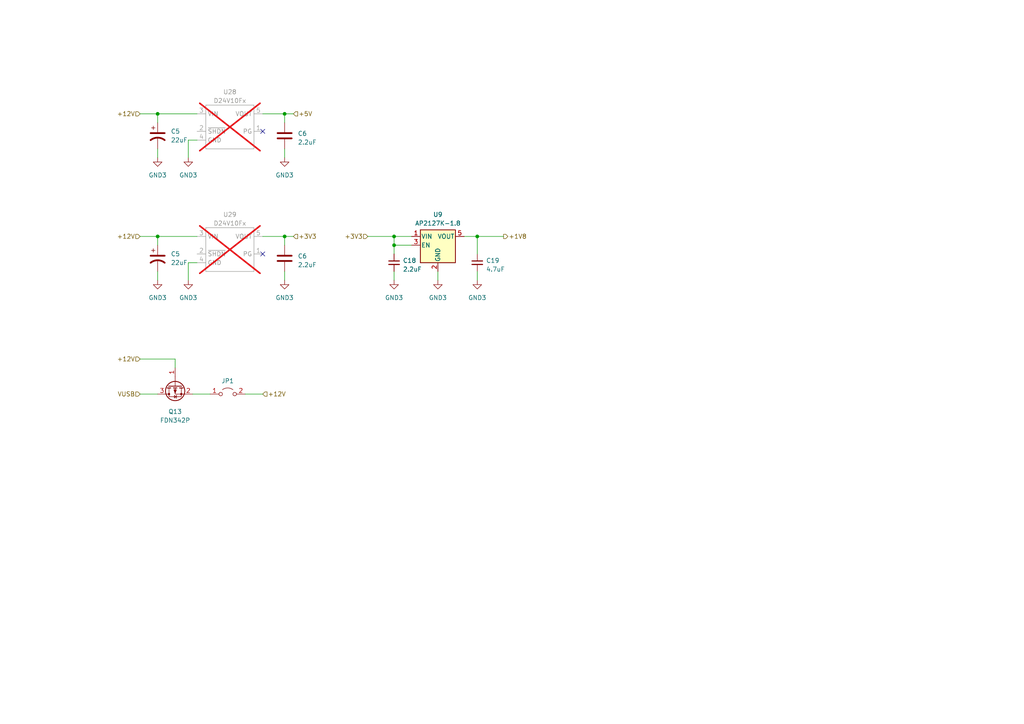
<source format=kicad_sch>
(kicad_sch (version 20230121) (generator eeschema)
  (paper "A4")
  (lib_symbols
    (symbol "Device:C" (pin_numbers hide) (pin_names (offset 0.254))
      (property "Reference" "C" (at 0.635 2.54 0))
      (property "Value" "C" (at 0.635 -2.54 0))
      (symbol "C_0_1"
        (polyline (pts (xy -2.032 -0.762) (xy 2.032 -0.762)) (stroke (width 0.508)))
        (polyline (pts (xy -2.032 0.762) (xy 2.032 0.762)) (stroke (width 0.508)))
      )
      (symbol "C_1_1"
        (pin passive line (at 0 3.81 270) (length 2.794) (name "~") (number "1"))
        (pin passive line (at 0 -3.81 90) (length 2.794) (name "~") (number "2"))
      )
    )
    (symbol "Device:C_Polarized_US" (pin_numbers hide) (pin_names (offset 0.254) hide)
      (property "Reference" "C" (at 0.635 2.54 0))
      (property "Value" "C_Polarized_US" (at 0.635 -2.54 0))
      (symbol "C_Polarized_US_0_1"
        (polyline (pts (xy -2.032 0.762) (xy 2.032 0.762)) (stroke (width 0.508)))
        (polyline (pts (xy -1.778 2.286) (xy -0.762 2.286)))
        (polyline (pts (xy -1.27 1.778) (xy -1.27 2.794)))
        (arc (start 2.032 -1.27) (mid 0 -0.5572) (end -2.032 -1.27) (stroke (width 0.508)))
      )
      (symbol "C_Polarized_US_1_1"
        (pin passive line (at 0 3.81 270) (length 2.794) (name "~") (number "1"))
        (pin passive line (at 0 -3.81 90) (length 3.302) (name "~") (number "2"))
      )
    )
    (symbol "Device:C_Small" (pin_numbers hide) (pin_names (offset 0.254) hide)
      (property "Reference" "C" (at 0.254 1.778 0))
      (property "Value" "C_Small" (at 0.254 -2.032 0))
      (symbol "C_Small_0_1"
        (polyline (pts (xy -1.524 -0.508) (xy 1.524 -0.508)) (stroke (width 0.3302)))
        (polyline (pts (xy -1.524 0.508) (xy 1.524 0.508)) (stroke (width 0.3048)))
      )
      (symbol "C_Small_1_1"
        (pin passive line (at 0 2.54 270) (length 2.032) (name "~") (number "1"))
        (pin passive line (at 0 -2.54 90) (length 2.032) (name "~") (number "2"))
      )
    )
    (symbol "Device:Q_PMOS_GSD" (pin_names (offset 0) hide)
      (property "Reference" "Q" (at 5.08 1.27 0))
      (property "Value" "Q_PMOS_GSD" (at 5.08 -1.27 0))
      (symbol "Q_PMOS_GSD_0_1"
        (polyline (pts (xy 0.254 0) (xy -2.54 0)))
        (polyline (pts (xy 0.254 1.905) (xy 0.254 -1.905)) (stroke (width 0.254)))
        (polyline (pts (xy 0.762 -1.27) (xy 0.762 -2.286)) (stroke (width 0.254)))
        (polyline (pts (xy 0.762 0.508) (xy 0.762 -0.508)) (stroke (width 0.254)))
        (polyline (pts (xy 0.762 2.286) (xy 0.762 1.27)) (stroke (width 0.254)))
        (polyline (pts (xy 2.54 2.54) (xy 2.54 1.778)))
        (polyline (pts (xy 2.54 -2.54) (xy 2.54 0) (xy 0.762 0)))
        (polyline (pts (xy 0.762 1.778) (xy 3.302 1.778) (xy 3.302 -1.778) (xy 0.762 -1.778)))
        (polyline (pts (xy 2.286 0) (xy 1.27 0.381) (xy 1.27 -0.381) (xy 2.286 0)) (fill (type outline)))
        (polyline (pts (xy 2.794 -0.508) (xy 2.921 -0.381) (xy 3.683 -0.381) (xy 3.81 -0.254)))
        (polyline (pts (xy 3.302 -0.381) (xy 2.921 0.254) (xy 3.683 0.254) (xy 3.302 -0.381)))
        (circle (center 1.651 0) (radius 2.794) (stroke (width 0.254)))
        (circle (center 2.54 -1.778) (radius 0.254) (fill (type outline)))
        (circle (center 2.54 1.778) (radius 0.254) (fill (type outline)))
      )
      (symbol "Q_PMOS_GSD_1_1"
        (pin input line (at -5.08 0 0) (length 2.54) (name "G") (number "1"))
        (pin passive line (at 2.54 -5.08 90) (length 2.54) (name "S") (number "2"))
        (pin passive line (at 2.54 5.08 270) (length 2.54) (name "D") (number "3"))
      )
    )
    (symbol "Jumper:Jumper_2_Open" (pin_names (offset 0) hide)
      (property "Reference" "JP" (at 0 2.794 0))
      (property "Value" "Jumper_2_Open" (at 0 -2.286 0))
      (symbol "Jumper_2_Open_0_0"
        (circle (center -2.032 0) (radius 0.508))
        (circle (center 2.032 0) (radius 0.508))
      )
      (symbol "Jumper_2_Open_0_1"
        (arc (start 1.524 1.27) (mid 0 1.778) (end -1.524 1.27))
      )
      (symbol "Jumper_2_Open_1_1"
        (pin passive line (at -5.08 0 0) (length 2.54) (name "A") (number "1"))
        (pin passive line (at 5.08 0 180) (length 2.54) (name "B") (number "2"))
      )
    )
    (symbol "Regulator_Linear:AP2127K-1.8" (pin_names (offset 0.254))
      (property "Reference" "U" (at -5.08 5.715 0))
      (property "Value" "AP2127K-1.8" (at 0 5.715 0))
      (symbol "AP2127K-1.8_0_1"
        (rectangle (start -5.08 4.445) (end 5.08 -5.08) (stroke (width 0.254)) (fill (type background)))
      )
      (symbol "AP2127K-1.8_1_1"
        (pin power_in line (at -7.62 2.54 0) (length 2.54) (name "VIN") (number "1"))
        (pin power_in line (at 0 -7.62 90) (length 2.54) (name "GND") (number "2"))
        (pin input line (at -7.62 0 0) (length 2.54) (name "EN") (number "3"))
        (pin no_connect line (at 5.08 0 180) (length 2.54) hide (name "NC") (number "4"))
        (pin power_out line (at 7.62 2.54 180) (length 2.54) (name "VOUT") (number "5"))
      )
    )
    (symbol "Rumission:D24V10Fx"
      (property "Reference" "U" (at 0 0 0))
      (property "Value" "D24V10Fx" (at 0 0 0))
      (symbol "D24V10Fx_0_1"
        (rectangle (start 0 -1.27) (end 13.97 -13.97))
      )
      (symbol "D24V10Fx_1_1"
        (pin output line (at 16.51 -8.89 180) (length 2.54) (name "PG") (number "1"))
        (pin input line (at -2.54 -8.89 0) (length 2.54) (name "~{SHDN}") (number "2"))
        (pin power_in line (at -2.54 -3.81 0) (length 2.54) (name "VIN") (number "3"))
        (pin power_out line (at -2.54 -11.43 0) (length 2.54) (name "GND") (number "4"))
        (pin power_out line (at 16.51 -3.81 180) (length 2.54) (name "VOUT") (number "5"))
      )
    )
    (symbol "power:GND3" (power) (pin_names (offset 0))
      (property "Value" "GND3" (at 0 -3.81 0))
      (symbol "GND3_0_1"
        (polyline (pts (xy 0 0) (xy 0 -1.27) (xy 1.27 -1.27) (xy 0 -2.54) (xy -1.27 -1.27) (xy 0 -1.27)))
      )
      (symbol "GND3_1_1"
        (pin power_in line (at 0 0 270) (length 0) hide (name "GND3") (number "1"))
      )
    )
  )
  (junction (at 138.43 68.58))
  (junction (at 82.55 33.02))
  (junction (at 114.3 68.58))
  (junction (at 82.55 68.58))
  (junction (at 45.72 68.58))
  (junction (at 114.3 71.12))
  (junction (at 45.72 33.02))
  (no_connect (at 76.2 73.66))
  (no_connect (at 76.2 38.1))
  (wire (pts (xy 40.64 104.14) (xy 50.8 104.14)))
  (wire (pts (xy 54.61 45.72) (xy 54.61 40.64)))
  (wire (pts (xy 106.68 68.58) (xy 114.3 68.58)))
  (wire (pts (xy 114.3 71.12) (xy 114.3 68.58)))
  (wire (pts (xy 82.55 71.12) (xy 82.55 68.58)))
  (wire (pts (xy 138.43 68.58) (xy 146.05 68.58)))
  (wire (pts (xy 55.88 114.3) (xy 60.96 114.3)))
  (wire (pts (xy 127 78.74) (xy 127 81.28)))
  (wire (pts (xy 82.55 68.58) (xy 76.2 68.58)))
  (wire (pts (xy 119.38 71.12) (xy 114.3 71.12)))
  (wire (pts (xy 45.72 68.58) (xy 45.72 71.12)))
  (wire (pts (xy 54.61 40.64) (xy 57.15 40.64)))
  (wire (pts (xy 82.55 78.74) (xy 82.55 81.28)))
  (wire (pts (xy 45.72 68.58) (xy 57.15 68.58)))
  (wire (pts (xy 40.64 68.58) (xy 45.72 68.58)))
  (wire (pts (xy 138.43 68.58) (xy 138.43 73.66)))
  (wire (pts (xy 45.72 33.02) (xy 57.15 33.02)))
  (wire (pts (xy 40.64 114.3) (xy 45.72 114.3)))
  (wire (pts (xy 54.61 76.2) (xy 57.15 76.2)))
  (wire (pts (xy 50.8 106.68) (xy 50.8 104.14)))
  (wire (pts (xy 134.62 68.58) (xy 138.43 68.58)))
  (wire (pts (xy 40.64 33.02) (xy 45.72 33.02)))
  (wire (pts (xy 71.12 114.3) (xy 76.2 114.3)))
  (wire (pts (xy 45.72 43.18) (xy 45.72 45.72)))
  (wire (pts (xy 82.55 68.58) (xy 85.09 68.58)))
  (wire (pts (xy 82.55 33.02) (xy 85.09 33.02)))
  (wire (pts (xy 54.61 81.28) (xy 54.61 76.2)))
  (wire (pts (xy 82.55 43.18) (xy 82.55 45.72)))
  (wire (pts (xy 114.3 68.58) (xy 119.38 68.58)))
  (wire (pts (xy 45.72 33.02) (xy 45.72 35.56)))
  (wire (pts (xy 114.3 71.12) (xy 114.3 73.66)))
  (wire (pts (xy 82.55 35.56) (xy 82.55 33.02)))
  (wire (pts (xy 138.43 78.74) (xy 138.43 81.28)))
  (wire (pts (xy 82.55 33.02) (xy 76.2 33.02)))
  (wire (pts (xy 45.72 78.74) (xy 45.72 81.28)))
  (wire (pts (xy 114.3 78.74) (xy 114.3 81.28)))
  (hierarchical_label "+12V" (shape input) (at 40.64 33.02 180))
  (hierarchical_label "+3V3" (shape input) (at 106.68 68.58 180))
  (hierarchical_label "+12V" (shape input) (at 40.64 104.14 180))
  (hierarchical_label "+3V3" (shape input) (at 85.09 68.58 0))
  (hierarchical_label "+12V" (shape input) (at 76.2 114.3 0))
  (hierarchical_label "VUSB" (shape input) (at 40.64 114.3 180))
  (hierarchical_label "+12V" (shape input) (at 40.64 68.58 180))
  (hierarchical_label "+1V8" (shape output) (at 146.05 68.58 0))
  (hierarchical_label "+5V" (shape input) (at 85.09 33.02 0))
  (symbol (lib_id "Device:Q_PMOS_GSD") (at 50.8 111.76 90) (mirror x) (unit 1)
    (property "Reference" "Q13" (at 50.8 119.38 90))
    (property "Value" "FDN342P" (at 50.8 121.92 90))
    (property "Footprint" "Package_TO_SOT_SMD:SOT-23-3" (effects hide))
    (property "Datasheet" "https://www.onsemi.com/pdf/datasheet/fdn342p-d.pdf" (effects hide))
    (property "DigiKey PN" "FDN342PCT-ND" (effects hide))
    (property "MPN" "FDN342P" (effects hide))
    (property "Manufacturer" "onsemi" (effects hide))
  )
  (symbol (lib_id "power:GND3") (at 82.55 45.72 0) (unit 1)
    (property "Reference" "#PWR0203" (effects hide))
    (property "Value" "GND3" (at 82.55 50.8 0))
  )
  (symbol (lib_id "Device:C") (at 82.55 74.93 0) (unit 1)
    (property "Reference" "C6" (at 86.36 74.295 0) (effects (justify left)))
    (property "Value" "2.2uF" (at 86.36 76.835 0) (effects (justify left)))
    (property "Footprint" "Capacitor_SMD:C_0805_2012Metric_Pad1.18x1.45mm_HandSolder" (effects hide))
    (property "Datasheet" "https://media.digikey.com/pdf/Data%20Sheets/Samsung%20PDFs/CL21B225KPFNNNE_Spec.pdf" (effects hide))
    (property "DigiKey PN" "1276-1188-1-ND" (effects hide))
    (property "MPN" "CL21B225KPFNNNE" (effects hide))
    (property "Manufacturer" "Samsung Electro-Mechanics" (effects hide))
    (instances (project "dboards-02" (path "" (reference "C6") (unit 1)) (path "" (reference "C62") (unit 1))))
  )
  (symbol (lib_id "power:GND3") (at 82.55 81.28 0) (unit 1)
    (property "Reference" "#PWR0206" (effects hide))
    (property "Value" "GND3" (at 82.55 86.36 0))
  )
  (symbol (lib_id "Device:C_Polarized_US") (at 45.72 74.93 0) (unit 1)
    (property "Reference" "C5" (at 49.53 73.66 0) (effects (justify left)))
    (property "Value" "22uF" (at 49.53 76.2 0) (effects (justify left)))
    (property "Footprint" "Capacitor_THT:CP_Radial_D6.3mm_P2.50mm" (effects hide))
    (property "Datasheet" "https://industrial.panasonic.com/cdbs/www-data/pdf/RDF0000/ABA0000C1041.pdf" (effects hide))
    (property "DigiKey PN" "P15835CT-ND" (effects hide))
    (property "MPN" "EEA-GA1H2R2H" (effects hide))
    (property "Manufacturer" "Panasonic Electronic Components" (effects hide))
    (instances (project "dboards-02" (path "" (reference "C5") (unit 1)) (path "" (reference "C61") (unit 1))))
  )
  (symbol (lib_id "power:GND3") (at 114.3 81.28 0) (unit 1)
    (property "Reference" "#PWR0207" (effects hide))
    (property "Value" "GND3" (at 114.3 86.36 0))
  )
  (symbol (lib_id "power:GND3") (at 138.43 81.28 0) (unit 1)
    (property "Reference" "#PWR0209" (effects hide))
    (property "Value" "GND3" (at 138.43 86.36 0))
  )
  (symbol (lib_id "Device:C_Polarized_US") (at 45.72 39.37 0) (unit 1)
    (property "Reference" "C5" (at 49.53 38.1 0) (effects (justify left)))
    (property "Value" "22uF" (at 49.53 40.64 0) (effects (justify left)))
    (property "Footprint" "Capacitor_THT:CP_Radial_D6.3mm_P2.50mm" (effects hide))
    (property "Datasheet" "https://industrial.panasonic.com/cdbs/www-data/pdf/RDF0000/ABA0000C1041.pdf" (effects hide))
    (property "DigiKey PN" "P15835CT-ND" (effects hide))
    (property "MPN" "EEA-GA1H2R2H" (effects hide))
    (property "Manufacturer" "Panasonic Electronic Components" (effects hide))
    (instances (project "dboards-02" (path "" (reference "C5") (unit 1)) (path "" (reference "C59") (unit 1))))
  )
  (symbol (lib_id "Device:C_Small") (at 138.43 76.2 0) (unit 1)
    (property "Reference" "C19" (at 140.97 75.5713 0) (effects (justify left)))
    (property "Value" "4.7uF" (at 140.97 78.1113 0) (effects (justify left)))
    (property "Footprint" "Capacitor_SMD:C_0805_2012Metric_Pad1.18x1.45mm_HandSolder" (effects hide))
    (property "Datasheet" "https://media.digikey.com/pdf/Data%20Sheets/Samsung%20PDFs/CL21A475KAQNNNE_Spec.pdf" (effects hide))
    (property "DigiKey PN" "1276-1244-1-ND" (effects hide))
    (property "MPN" "CL21A475KAQNNNE" (effects hide))
    (property "Manufacturer" "Samsung Electro-Mechanics" (effects hide))
    (instances (project "dboards-02" (path "" (reference "C19") (unit 1)) (path "" (reference "C64") (unit 1))))
  )
  (symbol (lib_id "power:GND3") (at 45.72 45.72 0) (unit 1)
    (property "Reference" "#PWR0201" (effects hide))
    (property "Value" "GND3" (at 45.72 50.8 0))
  )
  (symbol (lib_id "power:GND3") (at 54.61 45.72 0) (unit 1)
    (property "Reference" "#PWR0202" (effects hide))
    (property "Value" "GND3" (at 54.61 50.8 0))
  )
  (symbol (lib_id "power:GND3") (at 54.61 81.28 0) (unit 1)
    (property "Reference" "#PWR0205" (effects hide))
    (property "Value" "GND3" (at 54.61 86.36 0))
  )
  (symbol (lib_id "Device:C") (at 82.55 39.37 0) (unit 1)
    (property "Reference" "C6" (at 86.36 38.735 0) (effects (justify left)))
    (property "Value" "2.2uF" (at 86.36 41.275 0) (effects (justify left)))
    (property "Footprint" "Capacitor_SMD:C_0805_2012Metric_Pad1.18x1.45mm_HandSolder" (effects hide))
    (property "Datasheet" "https://media.digikey.com/pdf/Data%20Sheets/Samsung%20PDFs/CL21B225KPFNNNE_Spec.pdf" (effects hide))
    (property "DigiKey PN" "1276-1188-1-ND" (effects hide))
    (property "MPN" "CL21B225KPFNNNE" (effects hide))
    (property "Manufacturer" "Samsung Electro-Mechanics" (effects hide))
    (instances (project "dboards-02" (path "" (reference "C6") (unit 1)) (path "" (reference "C60") (unit 1))))
  )
  (symbol (lib_id "Rumission:D24V10Fx") (at 59.69 29.21 0) (unit 1) (in_bom no) (dnp yes)
    (property "Reference" "U28" (at 66.675 26.67 0))
    (property "Value" "D24V10Fx" (at 66.675 29.21 0))
    (property "Footprint" "Rumission:D24V10Fx" (effects hide))
    (property "Datasheet" "https://www.pololu.com/product/2831" (effects hide))
    (property "MPN" "D24V10F5" (effects hide))
    (property "Manufacturer" "Pololu" (effects hide))
  )
  (symbol (lib_id "Rumission:D24V10Fx") (at 59.69 64.77 0) (unit 1) (in_bom no) (dnp yes)
    (property "Reference" "U29" (at 66.675 62.23 0))
    (property "Value" "D24V10Fx" (at 66.675 64.77 0))
    (property "Footprint" "Rumission:D24V10Fx" (effects hide))
    (property "Datasheet" "https://www.pololu.com/product/2830" (effects hide))
    (property "MPN" "D24V10F3" (effects hide))
    (property "Manufacturer" "Pololu" (effects hide))
  )
  (symbol (lib_id "Regulator_Linear:AP2127K-1.8") (at 127 71.12 0) (unit 1)
    (property "Reference" "U9" (at 127 62.23 0))
    (property "Value" "AP2127K-1.8" (at 127 64.77 0))
    (property "Footprint" "Package_TO_SOT_SMD:SOT-23-5" (effects hide))
    (property "Datasheet" "https://www.diodes.com/assets/Datasheets/AP2127.pdf" (effects hide))
    (property "DigiKey PN" "AP2127K-1.8TRG1DICT-ND" (effects hide))
    (property "MPN" "AP2127K-1.8TRG1" (effects hide))
    (property "Manufacturer" "Diodes Incorporated" (effects hide))
    (instances (project "dboards-02" (path "" (reference "U9") (unit 1)) (path "" (reference "U30") (unit 1))))
  )
  (symbol (lib_id "Jumper:Jumper_2_Open") (at 66.04 114.3 0) (unit 1)
    (property "Reference" "JP1" (at 66.04 110.49 0))
    (property "Value" "Jumper_2_Open" (effects hide))
    (property "Footprint" "Connector_PinHeader_2.54mm:PinHeader_1x02_P2.54mm_Vertical" (effects hide))
    (property "Datasheet" "https://cdn.amphenol-cs.com/media/wysiwyg/files/drawing/77311.pdf" (effects hide))
    (property "DigiKey PN" "609-4434-ND" (effects hide))
    (property "MPN" "77311-118-02LF" (effects hide))
    (property "Manufacturer" "Amphenol ICC (FCI)" (effects hide))
    (instances (project "dboards-02" (path "" (reference "JP1") (unit 1)) (path "" (reference "JP3") (unit 1)) (path "" (reference "JP5") (unit 1))))
  )
  (symbol (lib_id "power:GND3") (at 45.72 81.28 0) (unit 1)
    (property "Reference" "#PWR0204" (effects hide))
    (property "Value" "GND3" (at 45.72 86.36 0))
  )
  (symbol (lib_id "power:GND3") (at 127 81.28 0) (unit 1)
    (property "Reference" "#PWR0208" (effects hide))
    (property "Value" "GND3" (at 127 86.36 0))
  )
  (symbol (lib_id "Device:C_Small") (at 114.3 76.2 0) (unit 1)
    (property "Reference" "C18" (at 116.84 75.5713 0) (effects (justify left)))
    (property "Value" "2.2uF" (at 116.84 78.1113 0) (effects (justify left)))
    (property "Footprint" "Capacitor_SMD:C_0805_2012Metric_Pad1.18x1.45mm_HandSolder" (effects hide))
    (property "Datasheet" "https://media.digikey.com/pdf/Data%20Sheets/Samsung%20PDFs/CL21B225KPFNNNE_Spec.pdf" (effects hide))
    (property "DigiKey PN" "1276-1188-1-ND" (effects hide))
    (property "MPN" "CL21B225KPFNNNE" (effects hide))
    (property "Manufacturer" "Samsung Electro-Mechanics" (effects hide))
    (instances (project "dboards-02" (path "" (reference "C18") (unit 1)) (path "" (reference "C63") (unit 1))))
  )
)
</source>
